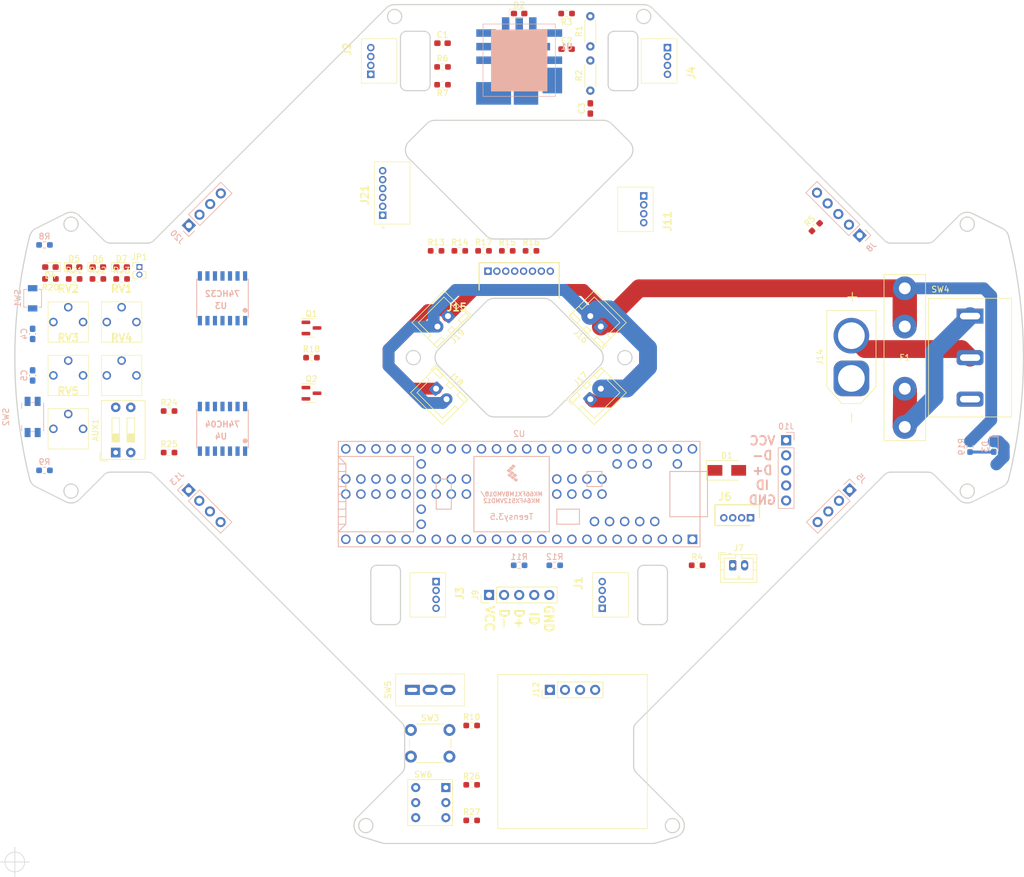
<source format=kicad_pcb>
(kicad_pcb (version 20211014) (generator pcbnew)
  (layers (0 "F.Cu" signal) (31 "B.Cu" signal) (34 "B.Paste" user) (35 "F.Paste" user) (36 "B.SilkS" user "B.Silkscreen") (37 "F.SilkS" user "F.Silkscreen") (38 "B.Mask" user) (39 "F.Mask" user) (44 "Edge.Cuts" user))
  (net 0 "")
  (net 1 "GND")
  (net 2 "/AUX1/3")
  (net 3 "/AUX1/4")
  (net 4 "Net-(C5-Pad2)")
  (net 5 "Net-(D1-Pad1)")
  (net 6 "+5V")
  (net 7 "Net-(D2-Pad2)")
  (net 8 "Net-(D6-Pad2)")
  (net 9 "Net-(D7-Pad2)")
  (net 10 "Net-(D3-Pad2)")
  (net 11 "Net-(D4-Pad1)")
  (net 12 "Net-(D4-Pad2)")
  (net 13 "+15V")
  (net 14 "Net-(F1-Pad2)")
  (net 15 "Net-(J1-Pad2)")
  (net 16 "Net-(J3-Pad1)")
  (net 17 "Net-(D5-Pad2)")
  (net 18 "Net-(J6-Pad1)")
  (net 19 "Net-(J1-Pad1)")
  (net 20 "Net-(J1-Pad4)")
  (net 21 "Net-(J2-Pad2)")
  (net 22 "Net-(J2-Pad4)")
  (net 23 "Net-(J3-Pad2)")
  (net 24 "Net-(J8-Pad1)")
  (net 25 "Net-(J8-Pad2)")
  (net 26 "Net-(J8-Pad4)")
  (net 27 "Net-(J3-Pad4)")
  (net 28 "Net-(J4-Pad1)")
  (net 29 "Net-(J4-Pad2)")
  (net 30 "Net-(J10-Pad1)")
  (net 31 "Net-(J10-Pad3)")
  (net 32 "Net-(J11-Pad1)")
  (net 33 "Net-(J4-Pad4)")
  (net 34 "Net-(J11-Pad3)")
  (net 35 "Net-(J5-Pad1)")
  (net 36 "Net-(J5-Pad3)")
  (net 37 "+3V3")
  (net 38 "Net-(J6-Pad3)")
  (net 39 "Net-(J10-Pad2)")
  (net 40 "Net-(J13-Pad1)")
  (net 41 "Net-(J13-Pad3)")
  (net 42 "Net-(J10-Pad4)")
  (net 43 "Net-(J10-Pad5)")
  (net 44 "Net-(J14-Pad2)")
  (net 45 "Net-(J15-Pad1)")
  (net 46 "Net-(J15-Pad2)")
  (net 47 "Net-(J15-Pad3)")
  (net 48 "Net-(J15-Pad5)")
  (net 49 "Net-(J15-Pad6)")
  (net 50 "Net-(J21-Pad1)")
  (net 51 "Net-(J21-Pad2)")
  (net 52 "Net-(J21-Pad3)")
  (net 53 "Net-(Q1-Pad1)")
  (net 54 "Net-(J21-Pad4)")
  (net 55 "Net-(J21-Pad5)")
  (net 56 "Net-(J21-Pad6)")
  (net 57 "PROG")
  (net 58 "/Switch/SW_GOAL")
  (net 59 "Net-(R1-Pad1)")
  (net 60 "/Switch/SW_START")
  (net 61 "Net-(R1-Pad2)")
  (net 67 "Net-(R4-Pad1)")
  (net 68 "Net-(R5-Pad1)")
  (net 69 "Net-(R13-Pad1)")
  (net 70 "Net-(R14-Pad1)")
  (net 71 "Net-(R16-Pad1)")
  (net 72 "Net-(R17-Pad1)")
  (net 73 "Net-(J15-Pad4)")
  (net 74 "Net-(R26-Pad2)")
  (net 79 "Net-(R15-Pad1)")
  (net 82 "Net-(U2-Pad16)")
  (net 83 "Net-(U2-Pad17)")
  (net 84 "Net-(U2-Pad18)")
  (net 85 "Net-(U2-Pad19)")
  (net 86 "Net-(U2-Pad20)")
  (net 87 "Net-(U2-Pad21)")
  (net 88 "Vbatt")
  (net 97 "/Switch/SW_led_R")
  (net 98 "/Switch/SW_led_G")
  (net 99 "/LED/LED4")
  (net 100 "/LED/LED3")
  (net 101 "/LED/LED2")
  (net 102 "/LED/LED1")
  (net 119 "Net-(U3-Pad11)")
  (net 120 "Net-(U3-Pad12)")
  (net 121 "Net-(J2-Pad1)")
  (net 122 "Net-(U3-Pad13)")
  (net 124 "Net-(Q1-Pad3)")
  (net 125 "Net-(R27-Pad2)")
  (footprint "Resistor_SMD:R_0603_1608Metric_Pad0.98x0.95mm_HandSolder" (layer "F.Cu") (at 64 76.735)
    (fp_text reference "R22")
    (fp_text value "120")
  )
  (footprint "0.main.robot:LED_SMLE13WBC8W1" (layer "F.Cu") (at 60 74.735)
    (fp_text reference "D5")
    (fp_text value "LED2_G")
  )
  (footprint "Package_TO_SOT_SMD:SOT-23" (layer "F.Cu") (at 100 85)
    (fp_text reference "Q1")
    (fp_text value "AO3400A")
  )
  (footprint "Resistor_THT:R_Axial_DIN0204_L3.6mm_D1.6mm_P5.08mm_Horizontal" (layer "F.Cu") (at 147 45 90)
    (fp_text reference "R2")
    (fp_text value "330")
  )
  (footprint "Diode_SMD:D_SMA" (layer "F.Cu") (at 170 109)
    (fp_text reference "D1")
    (fp_text value "SX34F")
  )
  (footprint "0.main.robot:JSTS8B-ZRLFSN" (layer "F.Cu") (at 129.75 78.6)
    (fp_text reference "J15")
    (fp_text value "LINE" hide)
  )
  (footprint "0.main.robot:OLED" (layer "F.Cu") (at 144 146)
    (fp_text reference "J12")
    (fp_text value "I2C_OLED")
  )
  (footprint "0.main.robot:LED_SMLE13WBC8W1" (layer "F.Cu") (at 56 74.735 180)
    (fp_text reference "D4")
    (fp_text value "LED1_R")
  )
  (footprint "Button_Switch_THT:SW_DIP_SPSTx02_Slide_9.78x7.26mm_W7.62mm_P2.54mm" (layer "F.Cu") (at 67 106 90)
    (fp_text reference "AUX1")
    (fp_text value "SW_DIP_x02")
  )
  (footprint "Resistor_SMD:R_0603_1608Metric_Pad0.98x0.95mm_HandSolder" (layer "F.Cu") (at 76 99)
    (fp_text reference "R24")
    (fp_text value "47k")
  )
  (footprint "Package_TO_SOT_SMD:SOT-23" (layer "F.Cu") (at 100 96)
    (fp_text reference "Q2")
    (fp_text value "AO3401A")
  )
  (footprint "Resistor_SMD:R_0603_1608Metric_Pad0.98x0.95mm_HandSolder" (layer "F.Cu") (at 122.0875 41)
    (fp_text reference "R6")
    (fp_text value "47k")
  )
  (footprint "Resistor_SMD:R_0603_1608Metric_Pad0.98x0.95mm_HandSolder" (layer "F.Cu") (at 76 106)
    (fp_text reference "R25")
    (fp_text value "47k")
  )
  (footprint "Resistor_SMD:R_0603_1608Metric_Pad0.98x0.95mm_HandSolder" (layer "F.Cu") (at 133 72)
    (fp_text reference "R15")
    (fp_text value "10k")
  )
  (footprint "0.main.robot:MFS101D-14-Z" (layer "F.Cu") (at 120 146 90)
    (fp_text reference "SW5")
    (fp_text value "GOAL")
  )
  (footprint "0.main.robot:Trim-GF063P" (layer "F.Cu") (at 59 84)
    (fp_text reference "RV2")
    (fp_text value "20K" hide)
  )
  (footprint "Resistor_SMD:R_0603_1608Metric_Pad0.98x0.95mm_HandSolder" (layer "F.Cu") (at 127 162)
    (fp_text reference "R26")
    (fp_text value "470")
  )
  (footprint "Connector_JST:JST_XH_B2B-XH-A_1x02_P2.50mm_Vertical" (layer "F.Cu") (at 121 95.2322 -45)
    (fp_text reference "J18")
    (fp_text value "MD3")
  )
  (footprint "Capacitor_SMD:C_0603_1608Metric_Pad1.08x0.95mm_HandSolder" (layer "F.Cu") (at 143 38)
    (fp_text reference "C2")
    (fp_text value "10u")
  )
  (footprint "Connector_JST:JST_XH_B2B-XH-A_1x02_P2.50mm_Vertical" (layer "F.Cu") (at 147 97 45)
    (fp_text reference "J17")
    (fp_text value "MD2")
  )
  (footprint "Connector_JST:JST_XH_B2B-XH-A_1x02_P2.50mm_Vertical" (layer "F.Cu") (at 123 83 -135)
    (fp_text reference "J19")
    (fp_text value "MD4")
  )
  (footprint "0.main.robot:JSTB4B-ZR" (layer "F.Cu") (at 174 117)
    (fp_text reference "J6")
    (fp_text value "Serial3/Vision" hide)
  )
  (footprint "0.main.robot:FUSE_20mm" (layer "F.Cu") (at 200 90)
    (fp_text reference "F1")
    (fp_text value "Fuse 15A")
  )
  (footprint "Connector_PinHeader_1.27mm:PinHeader_1x02_P1.27mm_Vertical" (layer "F.Cu") (at 71 74.735)
    (fp_text reference "JP1")
    (fp_text value "Jumper_2_Bridged")
  )
  (footprint "Connector_JST:JST_PH_B2B-PH-K_1x02_P2.00mm_Vertical" (layer "F.Cu") (at 171 125)
    (fp_text reference "J7")
    (fp_text value "raspi-power")
  )
  (footprint "Resistor_SMD:R_0603_1608Metric_Pad0.98x0.95mm_HandSolder" (layer "F.Cu") (at 127 152)
    (fp_text reference "R10")
    (fp_text value "47k")
  )
  (footprint "0.main.robot:SW_SPST_POWER" (layer "F.Cu") (at 211 90)
    (fp_text reference "SW4")
    (fp_text value "SW_SPST")
  )
  (footprint "0.main.robot:JSTS4B-ZRLFSN" (layer "F.Cu") (at 110 40 90)
    (fp_text reference "J2")
    (fp_text value "MD4" hide)
  )
  (footprint "Capacitor_SMD:C_0603_1608Metric_Pad1.08x0.95mm_HandSolder" (layer "F.Cu") (at 122.0875 37)
    (fp_text reference "C1")
    (fp_text value "10u")
  )
  (footprint "0.main.robot:Trim-GF063P" (layer "F.Cu") (at 68 93)
    (fp_text reference "RV4")
    (fp_text value "20K" hide)
  )
  (footprint "0.main.robot:LED_SMLE13WBC8W1" (layer "F.Cu") (at 135 32)
    (fp_text reference "D2")
    (fp_text value "LED")
  )
  (footprint "Resistor_SMD:R_0603_1608Metric_Pad0.98x0.95mm_HandSolder" (layer "F.Cu") (at 127 168)
    (fp_text reference "R27")
    (fp_text value "470")
  )
  (footprint "Resistor_THT:R_Axial_DIN0204_L3.6mm_D1.6mm_P5.08mm_Horizontal" (layer "F.Cu") (at 147 37.54 90)
    (fp_text reference "R1")
    (fp_text value "1k")
  )
  (footprint "Button_Switch_THT:SW_PUSH_6mm" (layer "F.Cu") (at 116.75 152.75)
    (fp_text reference "SW3")
    (fp_text value "SET")
  )
  (footprint "0.main.robot:AMASS_XT60-M_1x02_P7.20mm_Vertical" (layer "F.Cu") (at 191 93.5 90)
    (fp_text reference "J14")
    (fp_text value "Power IN")
  )
  (footprint "0.main.robot:JSTS4B-ZRLFSN" (layer "F.Cu") (at 121 130 -90)
    (fp_text reference "J3")
    (fp_text value "MD3" hide)
  )
  (footprint "0.main.robot:LED_SMLE13WBC8W1" (layer "F.Cu") (at 68 74.735)
    (fp_text reference "D7")
    (fp_text value "LED4_B")
  )
  (footprint "0.main.robot:LED_SMLE13WBC8W1" (layer "F.Cu") (at 64 74.735)
    (fp_text reference "D6")
    (fp_text value "LED3_Y")
  )
  (footprint "Resistor_SMD:R_0603_1608Metric_Pad0.98x0.95mm_HandSolder" (layer "F.Cu") (at 185 68 45)
    (fp_text reference "R5")
    (fp_text value "10k")
  )
  (footprint "Resistor_SMD:R_0603_1608Metric_Pad0.98x0.95mm_HandSolder" (layer "F.Cu") (at 56 76.735 180)
    (fp_text reference "R20")
    (fp_text value "120")
  )
  (footprint "0.main.robot:Trim-GF063P" (layer "F.Cu") (at 68 84)
    (fp_text reference "RV1")
    (fp_text value "20K" hide)
  )
  (footprint "0.main.robot:Trim-GF063P" (layer "F.Cu") (at 59 93)
    (fp_text reference "RV3")
    (fp_text value "20K" hide)
  )
  (footprint "Connector_PinHeader_2.54mm:PinHeader_1x05_P2.54mm_Vertical" (layer "F.Cu") (at 129.925 130 90)
    (fp_text reference "J9")
    (fp_text value "micro-b_out")
  )
  (footprint "Resistor_SMD:R_0603_1608Metric_Pad0.98x0.95mm_HandSolder" (layer "F.Cu") (at 122.0875 44 180)
    (fp_text reference "R7")
    (fp_text value "10k")
  )
  (footprint "0.main.robot:SW_NKK_B-12CCPRM" (layer "F.Cu") (at 117.565 162.46)
    (fp_text reference "SW6")
    (fp_text value "START")
  )
  (footprint "Resistor_SMD:R_0603_1608Metric_Pad0.98x0.95mm_HandSolder" (layer "F.Cu") (at 121 72)
    (fp_text reference "R13")
    (fp_text value "10k")
  )
  (footprint "Resistor_SMD:R_0603_1608Metric_Pad0.98x0.95mm_HandSolder" (layer "F.Cu") (at 125 72)
    (fp_text reference "R14")
    (fp_text value "10k")
  )
  (footprint "Resistor_SMD:R_0603_1608Metric_Pad0.98x0.95mm_HandSolder" (layer "F.Cu") (at 137 72)
    (fp_text reference "R16")
    (fp_text value "10k")
  )
  (footprint "Resistor_SMD:R_0603_1608Metric_Pad0.98x0.95mm_HandSolder" (layer "F.Cu") (at 165 125)
    (fp_text reference "R4")
    (fp_text value "10k")
  )
  (footprint "Resistor_SMD:R_0603_1608Metric_Pad0.98x0.95mm_HandSolder" (layer "F.Cu") (at 100 90)
    (fp_text reference "R18")
    (fp_text value "10k")
  )
  (footprint "Connector_JST:JST_XH_B2B-XH-A_1x02_P2.50mm_Vertical" (layer "F.Cu") (at 148.767767 84.767767 135)
    (fp_text reference "J16")
    (fp_text value "MD1")
  )
  (footprint "0.main.robot:Trim-GF063P" (layer "F.Cu") (at 59 102)
    (fp_text reference "RV5")
    (fp_text value "20K" hide)
  )
  (footprint "0.main.robot:JSTS4B-ZRLFSN" (layer "F.Cu") (at 156 65 -90)
    (fp_text reference "J11")
    (fp_text value "I2C_ToF" hide)
  )
  (footprint "Resistor_SMD:R_0603_1608Metric_Pad0.98x0.95mm_HandSolder" (layer "F.Cu") (at 129 72)
    (fp_text reference "R17")
    (fp_text value "10k")
  )
  (footprint "Capacitor_SMD:C_0603_1608Metric_Pad1.08x0.95mm_HandSolder" (layer "F.Cu") (at 147 48 90)
    (fp_text reference "C3")
    (fp_text value "10u")
  )
  (footprint "0.main.robot:JSTS4B-ZRLFSN" (layer "F.Cu") (at 160 40 -90)
    (fp_text reference "J4")
    (fp_text value "MD1" hide)
  )
  (footprint "0.main.robot:JSTS6B-ZRLFSN" (layer "F.Cu") (at 112 66 90)
    (fp_text reference "J21")
    (fp_text value "Trimmer" hide)
  )
  (footprint "Resistor_SMD:R_0603_1608Metric_Pad0.98x0.95mm_HandSolder" (layer "F.Cu") (at 143 32 180)
    (fp_text reference "R3")
    (fp_text value "470")
  )
  (footprint "Resistor_SMD:R_0603_1608Metric_Pad0.98x0.95mm_HandSolder" (layer "F.Cu") (at 60 76.735)
    (fp_text reference "R21")
    (fp_text value "120")
  )
  (footprint "Resistor_SMD:R_0603_1608Metric_Pad0.98x0.95mm_HandSolder" (layer "F.Cu") (at 68 76.735)
    (fp_text reference "R23")
    (fp_text value "120")
  )
  (footprint "0.main.robot:JSTS4B-ZRLFSN" (layer "F.Cu") (at 149 130 90)
    (fp_text reference "J1")
    (fp_text value "MD2" hide)
  )
  (footprint "Connector_PinSocket_2.54mm:PinSocket_1x04_P2.54mm_Vertical" (layer "B.Cu") (at 79.2953 112.3307 -135)
    (fp_text reference "J13")
    (fp_text value "drib-kick")
  )
  (footprint "Capacitor_SMD:C_0603_1608Metric_Pad1.08x0.95mm_HandSolder" (layer "B.Cu") (at 53 86 -90)
    (fp_text reference "C4")
    (fp_text value "0.1u")
  )
  (footprint "Capacitor_SMD:C_0603_1608Metric_Pad1.08x0.95mm_HandSolder" (layer "B.Cu") (at 53 93 -90)
    (fp_text reference "C5")
    (fp_text value "0.1u")
  )
  (footprint "Connector_PinHeader_2.54mm:PinHeader_1x05_P2.54mm_Vertical" (layer "B.Cu") (at 180 103.925 180)
    (fp_text reference "J10")
    (fp_text value "micro-b_in")
  )
  (footprint "Resistor_SMD:R_0603_1608Metric_Pad0.98x0.95mm_HandSolder" (layer "B.Cu") (at 55 109 180)
    (fp_text reference "R9")
    (fp_text value "47k")
  )
  (footprint "Resistor_SMD:R_0603_1608Metric_Pad0.98x0.95mm_HandSolder" (layer "B.Cu") (at 135 125 180)
    (fp_text reference "R11")
    (fp_text value "10k")
  )
  (footprint "0.main.robot:THAU13-AB-R" (layer "B.Cu") (at 53 100 -90)
    (fp_text reference "SW2")
    (fp_text value "Reset")
  )
  (footprint "0.main.robot:SOP14W" (layer "B.Cu") (at 85 80 180)
    (fp_text reference "U3")
    (fp_text value "74HC32")
  )
  (footprint "Resistor_SMD:R_0603_1608Metric_Pad0.98x0.95mm_HandSolder" (layer "B.Cu") (at 141 125 180)
    (fp_text reference "R12")
    (fp_text value "10k")
  )
  (footprint "0.main.robot:Teensy35_36_x" (layer "B.Cu") (at 135 113 180)
    (fp_text reference "U2")
    (fp_text value "Teensy3.5")
  )
  (footprint "Resistor_SMD:R_0603_1608Metric_Pad0.98x0.95mm_HandSolder" (layer "B.Cu") (at 211 105 -90)
    (fp_text reference "R19")
    (fp_text value "3k")
  )
  (footprint "0.main.robot:SOP14W" (layer "B.Cu") (at 85 102 180)
    (fp_text reference "U4")
    (fp_text value "74HC04")
  )
  (footprint "0.main.robot:TVAF06-A020B-R" (layer "B.Cu") (at 53 80 -90)
    (fp_text reference "SW1")
    (fp_text value "PROG")
  )
  (footprint "Connector_PinSocket_2.54mm:PinSocket_1x04_P2.54mm_Vertical" (layer "B.Cu") (at 190.7047 112.3307 135)
    (fp_text reference "J5")
    (fp_text value "XBee")
  )
  (footprint "Connector_PinSocket_2.54mm:PinSocket_1x05_P2.54mm_Vertical" (layer "B.Cu") (at 192.3882 69.3882 45)
    (fp_text reference "J8")
    (fp_text value "Serial2/IMU")
  )
  (footprint "0.main.robot:LED_SMLE13WBC8W1" (layer "B.Cu") (at 215 105 -90)
    (fp_text reference "D3")
    (fp_text value "LED")
  )
  (footprint "Resistor_SMD:R_0603_1608Metric_Pad0.98x0.95mm_HandSolder" (layer "B.Cu") (at 55 71 180)
    (fp_text reference "R8")
    (fp_text value "47k")
  )
  (footprint "Connector_PinSocket_2.54mm:PinSocket_1x04_P2.54mm_Vertical" (layer "B.Cu") (at 79.3307 67.7047 -45)
    (fp_text reference "J20")
    (fp_text value "Drib-Kick")
  )
  (footprint "0.main.robot:OKL-T3-W12N-C" (layer "B.Cu") (at 141.107 33.773)
    (fp_text reference "U1")
    (fp_text value "OKL-T_3-W12N-C" hide)
  )
  (gr_arc (start 204.942913 70.26167) (mid 204.456278 70.58683) (end 203.882252 70.701011) (layer "Edge.Cuts") (width 0.2))
  (gr_line (start 153.585788 53.585786) (end 150.585788 50.585786) (layer "Edge.Cuts") (width 0.2))
  (gr_arc (start 211.425723 114.287139) (mid 210.210932 114.47246) (end 209.117083 113.912499) (layer "Edge.Cuts") (width 0.2))
  (gr_line (start 111.232935 171.596663) (end 108.535674 170.775239) (layer "Edge.Cuts") (width 0.2))
  (gr_line (start 110.000001 126.000001) (end 110.000001 134.000001) (layer "Edge.Cuts") (width 0.2))
  (gr_line (start 188.930719 62.613437) (end 196.578952 70.26167) (layer "Edge.Cuts") (width 0.2))
  (gr_line (start 162.386564 143.930717) (end 154.738331 151.57895) (layer "Edge.Cuts") (width 0.2))
  (gr_line (start 53.547495 68.226252) (end 58.57428 65.71286) (layer "Edge.Cuts") (width 0.2))
  (gr_line (start 60.88292 66.087501) (end 65.05709 70.26167) (layer "Edge.Cuts") (width 0.2))
  (gr_line (start 116.414214 56.414213) (end 129.414214 69.414213) (layer "Edge.Cuts") (width 0.2))
  (gr_arc (start 153.585788 53.585786) (mid 154.171574 55) (end 153.585788 56.414213) (layer "Edge.Cuts") (width 0.2))
  (gr_arc (start 119.414214 50.585786) (mid 120.063061 50.15224) (end 120.828428 49.999999) (layer "Edge.Cuts") (width 0.2))
  (gr_arc (start 140.585788 69.414213) (mid 139.936941 69.847759) (end 139.171574 70) (layer "Edge.Cuts") (width 0.2))
  (gr_arc (start 112.596937 31.085786) (mid 113.245783 30.65224) (end 114.01115 30.499999) (layer "Edge.Cuts") (width 0.2))
  (gr_arc (start 66.117751 70.70101) (mid 65.543726 70.586829) (end 65.05709 70.26167) (layer "Edge.Cuts") (width 0.2))
  (gr_line (start 157.403066 31.085786) (end 162.386563 36.069283) (layer "Edge.Cuts") (width 0.2))
  (gr_arc (start 58.57428 65.71286) (mid 59.789071 65.52754) (end 60.88292 66.087501) (layer "Edge.Cuts") (width 0.2))
  (gr_line (start 154.298991 152.63961) (end 154.298991 158.88225) (layer "Edge.Cuts") (width 0.2))
  (gr_line (start 160.000001 134.000001) (end 160.000001 126.000001) (layer "Edge.Cuts") (width 0.2))
  (gr_line (start 66.117751 70.70101) (end 72.360391 70.70101) (layer "Edge.Cuts") (width 0.2))
  (gr_arc (start 154.738331 159.942911) (mid 154.413172 159.456276) (end 154.298991 158.88225) (layer "Edge.Cuts") (width 0.2))
  (gr_arc (start 120.000001 43.999999) (mid 119.707108 44.707106) (end 119.000001 44.999999) (layer "Edge.Cuts") (width 0.2))
  (gr_circle (center 109.158364 168.874645) (end 110.358364 168.874645) (layer "Edge.Cuts") (width 0.2) (fill none))
  (gr_line (start 148.585788 88.585786) (end 140.585788 80.585786) (layer "Edge.Cuts") (width 0.2))
  (gr_arc (start 155.000001 43.999999) (mid 154.707108 44.707106) (end 154.000001 44.999999) (layer "Edge.Cuts") (width 0.2))
  (gr_arc (start 121.414214 91.414214) (mid 120.828428 90) (end 121.414214 88.585786) (layer "Edge.Cuts") (width 0.2))
  (gr_line (start 72.360391 109.298989) (end 66.117751 109.298989) (layer "Edge.Cuts") (width 0.2))
  (gr_circle (center 155.988852 32.499999) (end 157.188852 32.499999) (layer "Edge.Cuts") (width 0.2) (fill none))
  (gr_line (start 155.000001 126.000001) (end 155.000001 134.000001) (layer "Edge.Cuts") (width 0.2))
  (gr_arc (start 156.000001 135.000001) (mid 155.292895 134.707107) (end 155.000001 134.000001) (layer "Edge.Cuts") (width 0.2))
  (gr_circle (center 59.468707 67.501714) (end 60.668707 67.501714) (layer "Edge.Cuts") (width 0.2) (fill none))
  (gr_line (start 115.000001 134.000001) (end 115.000001 126.000001) (layer "Edge.Cuts") (width 0.2))
  (gr_arc (start 217.499238 110.466457) (mid 217.119293 111.234938) (end 216.452507 111.773748) (layer "Edge.Cuts") (width 0.2))
  (gr_line (start 162.386563 36.069283) (end 188.930719 62.613437) (layer "Edge.Cuts") (width 0.2))
  (gr_line (start 58.57428 114.28714) (end 53.547495 111.773748) (layer "Edge.Cuts") (width 0.2))
  (gr_line (start 129.414214 80.585786) (end 121.414214 88.585786) (layer "Edge.Cuts") (width 0.2))
  (gr_line (start 111.949187 171.814791) (end 111.445784 171.671285) (layer "Edge.Cuts") (width 0.2))
  (gr_circle (center 114.01115 32.499999) (end 115.21115 32.499999) (layer "Edge.Cuts") (width 0.2) (fill none))
  (gr_line (start 81.069284 62.613438) (end 107.613439 36.069283) (layer "Edge.Cuts") (width 0.2))
  (gr_line (start 114.000001 125.000001) (end 111.000001 125.000001) (layer "Edge.Cuts") (width 0.2))
  (gr_line (start 114.01115 30.499999) (end 155.988852 30.499999) (layer "Edge.Cuts") (width 0.2))
  (gr_line (start 107.61344 143.930717) (end 81.069284 117.386562) (layer "Edge.Cuts") (width 0.2))
  (gr_arc (start 111.000001 135.000001) (mid 110.292895 134.707107) (end 110.000001 134.000001) (layer "Edge.Cuts") (width 0.2))
  (gr_line (start 154.738331 159.942911) (end 162.255852 167.460432) (layer "Edge.Cuts") (width 0.2))
  (gr_line (start 204.942913 70.26167) (end 209.117082 66.0875) (layer "Edge.Cuts") (width 0.2))
  (gr_arc (start 130.828428 100) (mid 130.063061 99.847759) (end 129.414214 99.414214) (layer "Edge.Cuts") (width 0.2))
  (gr_arc (start 154.000001 34.999999) (mid 154.707108 35.292892) (end 155.000001 35.999999) (layer "Edge.Cuts") (width 0.2))
  (gr_circle (center 117.171574 90) (end 118.371574 90) (layer "Edge.Cuts") (width 0.2) (fill none))
  (gr_arc (start 217.499238 69.533543) (mid 220.000001 90) (end 217.499238 110.466457) (layer "Edge.Cuts") (width 0.2))
  (gr_line (start 209.117083 113.912499) (end 204.942913 109.73833) (layer "Edge.Cuts") (width 0.2))
  (gr_arc (start 115.000001 134.000001) (mid 114.707107 134.707107) (end 114.000001 135.000001) (layer "Edge.Cuts") (width 0.2))
  (gr_line (start 121.414214 91.414214) (end 129.414214 99.414214) (layer "Edge.Cuts") (width 0.2))
  (gr_line (start 115.000001 35.999999) (end 115.000001 43.999999) (layer "Edge.Cuts") (width 0.2))
  (gr_arc (start 112.491559 171.889737) (mid 112.217796 171.870912) (end 111.949187 171.814791) (layer "Edge.Cuts") (width 0.2))
  (gr_arc (start 154.298991 152.63961) (mid 154.413172 152.065585) (end 154.738331 151.57895) (layer "Edge.Cuts") (width 0.2))
  (gr_line (start 157.508443 171.889737) (end 112.491559 171.889737) (layer "Edge.Cuts") (width 0.2))
  (gr_arc (start 115.000001 35.999999) (mid 115.292894 35.292892) (end 116.000001 34.999999) (layer "Edge.Cuts") (width 0.2))
  (gr_arc (start 196.578952 109.738329) (mid 197.065587 109.41317) (end 197.639612 109.298989) (layer "Edge.Cuts") (width 0.2))
  (gr_arc (start 116.414214 56.414213) (mid 115.828428 55) (end 116.414214 53.585786) (layer "Edge.Cuts") (width 0.2))
  (gr_arc (start 197.639612 70.70101) (mid 197.065587 70.586829) (end 196.578952 70.26167) (layer "Edge.Cuts") (width 0.2))
  (gr_arc (start 60.882921 113.912499) (mid 59.789072 114.472461) (end 58.57428 114.28714) (layer "Edge.Cuts") (width 0.2))
  (gr_arc (start 149.171574 49.999999) (mid 149.936941 50.15224) (end 150.585788 50.585786) (layer "Edge.Cuts") (width 0.2))
  (gr_arc (start 110.000001 126.000001) (mid 110.292894 125.292894) (end 111.000001 125.000001) (layer "Edge.Cuts") (width 0.2))
  (gr_arc (start 52.500764 69.533543) (mid 52.880709 68.765062) (end 53.547495 68.226252) (layer "Edge.Cuts") (width 0.2))
  (gr_arc (start 140.585788 99.414214) (mid 139.936941 99.847759) (end 139.171574 100) (layer "Edge.Cuts") (width 0.2))
  (gr_arc (start 53.547495 111.773748) (mid 52.880709 111.234938) (end 52.500764 110.466457) (layer "Edge.Cuts") (width 0.2))
  (gr_arc (start 160.000001 134.000001) (mid 159.707107 134.707107) (end 159.000001 135.000001) (layer "Edge.Cuts") (width 0.2))
  (gr_arc (start 151.000001 44.999999) (mid 150.292894 44.707106) (end 150.000001 43.999999) (layer "Edge.Cuts") (width 0.2))
  (gr_arc (start 158.050815 171.814791) (mid 157.782206 171.870912) (end 157.508443 171.889737) (layer "Edge.Cuts") (width 0.2))
  (gr_arc (start 158.767064 171.596664) (mid 158.661694 171.636977) (end 158.554218 171.671285) (layer "Edge.Cuts") (width 0.2))
  (gr_arc (start 162.255852 167.460432) (mid 162.786948 169.339154) (end 161.464329 170.775238) (layer "Edge.Cuts") (width 0.2))
  (gr_arc (start 129.414214 80.585786) (mid 130.063061 80.152241) (end 130.828428 80) (layer "Edge.Cuts") (width 0.2))
  (gr_arc (start 72.360391 109.298989) (mid 72.934416 109.41317) (end 73.421051 109.738329) (layer "Edge.Cuts") (width 0.2))
  (gr_arc (start 209.117082 66.0875) (mid 210.210932 65.527539) (end 211.425724 65.712859) (layer "Edge.Cuts") (width 0.2))
  (gr_line (start 140.585788 69.414213) (end 153.585788 56.414213) (layer "Edge.Cuts") (width 0.2))
  (gr_line (start 156.000001 135.000001) (end 159.000001 135.000001) (layer "Edge.Cuts") (width 0.2))
  (gr_line (start 107.613439 36.069283) (end 112.596937 31.085786) (layer "Edge.Cuts") (width 0.2))
  (gr_circle (center 160.841639 168.874645) (end 162.041639 168.874645) (layer "Edge.Cuts") (width 0.2) (fill none))
  (gr_line (start 139.171574 80) (end 130.828428 80) (layer "Edge.Cuts") (width 0.2))
  (gr_arc (start 115.261672 151.57895) (mid 115.586831 152.065585) (end 115.701012 152.63961) (layer "Edge.Cuts") (width 0.2))
  (gr_line (start 111.000001 135.000001) (end 114.000001 135.000001) (layer "Edge.Cuts") (width 0.2))
  (gr_line (start 196.578952 109.738329) (end 188.930719 117.386561) (layer "Edge.Cuts") (width 0.2))
  (gr_arc (start 108.535674 170.775239) (mid 107.213054 169.339155) (end 107.74415 167.460432) (layer "Edge.Cuts") (width 0.2))
  (gr_arc (start 159.000001 125.000001) (mid 159.707108 125.292894) (end 160.000001 126.000001) (layer "Edge.Cuts") (width 0.2))
  (gr_line (start 116.000001 44.999999) (end 119.000001 44.999999) (layer "Edge.Cuts") (width 0.2))
  (gr_line (start 130.828428 100) (end 139.171574 100) (layer "Edge.Cuts") (width 0.2))
  (gr_line (start 161.464329 170.775238) (end 158.767064 171.596664) (layer "Edge.Cuts") (width 0.2))
  (gr_line (start 188.930719 117.386561) (end 162.386564 143.930717) (layer "Edge.Cuts") (width 0.2))
  (gr_line (start 81.069284 117.386562) (end 73.421051 109.738329) (layer "Edge.Cuts") (width 0.2))
  (gr_line (start 158.554218 171.671285) (end 158.050815 171.814791) (layer "Edge.Cuts") (width 0.2))
  (gr_line (start 211.425724 65.712859) (end 216.452507 68.226252) (layer "Edge.Cuts") (width 0.2))
  (gr_line (start 151.000001 44.999999) (end 154.000001 44.999999) (layer "Edge.Cuts") (width 0.2))
  (gr_arc (start 155.988852 30.499999) (mid 156.754219 30.65224) (end 157.403066 31.085786) (layer "Edge.Cuts") (width 0.2))
  (gr_arc (start 216.452507 68.226252) (mid 217.119293 68.765062) (end 217.499238 69.533543) (layer "Edge.Cuts") (width 0.2))
  (gr_arc (start 73.421051 70.26167) (mid 72.934416 70.586829) (end 72.360391 70.70101) (layer "Edge.Cuts") (width 0.2))
  (gr_circle (center 210.531296 112.498285) (end 211.731296 112.498285) (layer "Edge.Cuts") (width 0.2) (fill none))
  (gr_line (start 65.05709 109.738329) (end 60.882921 113.912499) (layer "Edge.Cuts") (width 0.2))
  (gr_line (start 140.585788 99.414214) (end 148.585788 91.414214) (layer "Edge.Cuts") (width 0.2))
  (gr_arc (start 111.445784 171.671285) (mid 111.338307 171.636977) (end 111.232935 171.596663) (layer "Edge.Cuts") (width 0.2))
  (gr_circle (center 210.531296 67.501714) (end 211.731296 67.501714) (layer "Edge.Cuts") (width 0.2) (fill none))
  (gr_line (start 119.000001 34.999999) (end 116.000001 34.999999) (layer "Edge.Cuts") (width 0.2))
  (gr_line (start 130.828428 70) (end 139.171574 70) (layer "Edge.Cuts") (width 0.2))
  (gr_arc (start 203.882252 109.298989) (mid 204.456278 109.41317) (end 204.942913 109.73833) (layer "Edge.Cuts") (width 0.2))
  (gr_arc (start 150.000001 35.999999) (mid 150.292894 35.292892) (end 151.000001 34.999999) (layer "Edge.Cuts") (width 0.2))
  (gr_line (start 154.000001 34.999999) (end 151.000001 34.999999) (layer "Edge.Cuts") (width 0.2))
  (gr_line (start 150.000001 35.999999) (end 150.000001 43.999999) (layer "Edge.Cuts") (width 0.2))
  (gr_line (start 107.74415 167.460432) (end 115.261672 159.942911) (layer "Edge.Cuts") (width 0.2))
  (gr_line (start 197.639612 70.70101) (end 203.882252 70.701011) (layer "Edge.Cuts") (width 0.2))
  (gr_line (start 73.421051 70.26167) (end 81.069284 62.613438) (layer "Edge.Cuts") (width 0.2))
  (gr_line (start 119.414214 50.585786) (end 116.414214 53.585786) (layer "Edge.Cuts") (width 0.2))
  (gr_line (start 159.000001 125.000001) (end 156.000001 125.000001) (layer "Edge.Cuts") (width 0.2))
  (gr_arc (start 139.171574 80) (mid 139.936941 80.152241) (end 140.585788 80.585786) (layer "Edge.Cuts") (width 0.2))
  (gr_arc (start 155.000001 126.000001) (mid 155.292895 125.292895) (end 156.000001 125.000001) (layer "Edge.Cuts") (width 0.2))
  (gr_arc (start 115.701012 158.88225) (mid 115.586831 159.456276) (end 115.261672 159.942911) (layer "Edge.Cuts") (width 0.2))
  (gr_line (start 115.261672 151.57895) (end 107.61344 143.930717) (layer "Edge.Cuts") (width 0.2))
  (gr_line (start 115.701012 158.88225) (end 115.701012 152.63961) (layer "Edge.Cuts") (width 0.2))
  (gr_line (start 120.000001 43.999999) (end 120.000001 35.999999) (layer "Edge.Cuts") (width 0.2))
  (gr_arc (start 65.05709 109.738329) (mid 65.543725 109.41317) (end 66.117751 109.298989) (layer "Edge.Cuts") (width 0.2))
  (gr_arc (start 119.000001 34.999999) (mid 119.707108 35.292892) (end 120.000001 35.999999) (layer "Edge.Cuts") (width 0.2))
  (gr_arc (start 148.585788 88.585786) (mid 149.171574 90) (end 148.585788 91.414214) (layer "Edge.Cuts") (width 0.2))
  (gr_arc (start 114.000001 125.000001) (mid 114.707107 125.292895) (end 115.000001 126.000001) (layer "Edge.Cuts") (width 0.2))
  (gr_circle (center 152.828428 90) (end 154.028428 90) (layer "Edge.Cuts") (width 0.2) (fill none))
  (gr_line (start 203.882252 109.298989) (end 197.639612 109.298989) (layer "Edge.Cuts") (width 0.2))
  (gr_arc (start 130.828428 70) (mid 130.063061 69.847759) (end 129.414214 69.414213) (layer "Edge.Cuts") (width 0.2))
  (gr_line (start 155.000001 43.999999) (end 155.000001 35.999999) (layer "Edge.Cuts") (width 0.2))
  (gr_arc (start 116.000001 44.999999) (mid 115.292894 44.707106) (end 115.000001 43.999999) (layer "Edge.Cuts") (width 0.2))
  (gr_arc (start 52.500764 110.466457) (mid 50.000001 90) (end 52.500764 69.533543) (layer "Edge.Cuts") (width 0.2))
  (gr_circle (center 59.468707 112.498285) (end 60.668707 112.498285) (layer "Edge.Cuts") (width 0.2) (fill none))
  (gr_line (start 149.171574 49.999999) (end 120.828428 49.999999) (layer "Edge.Cuts") (width 0.2))
  (gr_line (start 216.452507 111.773748) (end 211.425723 114.287139) (layer "Edge.Cuts") (width 0.2))
  (gr_text "VCC" (at 176 104) (layer "B.SilkS") (effects (font (size 1.5 1.5) (thickness 0.3)) (justify mirror)))
  (gr_text "ID" (at 176 111.5) (layer "B.SilkS") (effects (font (size 1.5 1.5) (thickness 0.3)) (justify mirror)))
  (gr_text "D+" (at 176 109) (layer "B.SilkS") (effects (font (size 1.5 1.5) (thickness 0.3)) (justify mirror)))
  (gr_text "GND" (at 176 114) (layer "B.SilkS") (effects (font (size 1.5 1.5) (thickness 0.3)) (justify mirror)))
  (gr_text "D-" (at 176 106.5) (layer "B.SilkS") (effects (font (size 1.5 1.5) (thickness 0.3)) (justify mirror)))
  (gr_text "D-" (at 132.5 134 -90) (layer "F.SilkS") (effects (font (size 1.5 1.5) (thickness 0.3))))
  (gr_text "GND" (at 140 134 -90) (layer "F.SilkS") (effects (font (size 1.5 1.5) (thickness 0.3))))
  (gr_text "ID" (at 137.5 134 -90) (layer "F.SilkS") (effects (font (size 1.5 1.5) (thickness 0.3))))
  (gr_text "D+" (at 135 134 -90) (layer "F.SilkS") (effects (font (size 1.5 1.5) (thickness 0.3))))
  (gr_text "VCC" (at 130 134 -90) (layer "F.SilkS") (effects (font (size 1.5 1.5) (thickness 0.3))))
  (target plus (at 50 175) (size 5) (width 0.1) (layer "Edge.Cuts"))
  (segment (start 148.066315 81.863653) (end 146.964984 82.964984) (width 3) (layer "B.Cu") (net 1))
  (segment (start 153.147525 95.197217) (end 156.729511 91.615231) (width 3) (layer "B.Cu") (net 1))
  (segment (start 151.197217 95.197217) (end 148.802783 95.197217) (width 3) (layer "B.Cu") (net 1))
  (segment (start 142.588472 78.588472) (end 147 83) (width 2) (layer "B.Cu") (net 1))
  (segment (start 116.839915 84.767767) (end 121.232233 84.767767) (width 2) (layer "B.Cu") (net 1))
  (segment (start 122.767767 96.999967) (end 122.131421 97.636313) (width 2) (layer "B.Cu") (net 1))
  (segment (start 216.67452 104.992267) (end 216.67452 106.757733) (width 2) (layer "B.Cu") (net 1))
  (segment (start 121.232233 84.767767) (end 120.595887 84.131421) (width 2) (layer "B.Cu") (net 1))
  (segment (start 122.131421 97.636313) (end 119.212009 97.636313) (width 2) (layer "B.Cu") (net 1))
  (segment (start 216.67452 106.757733) (end 215.432253 108) (width 2) (layer "B.Cu") (net 1))
  (segment (start 124.300938 78.588472) (end 142.588472 78.588472) (width 2) (layer "B.Cu") (net 1))
  (segment (start 215 104.125) (end 215.807253 104.125) (width 2) (layer "B.Cu") (net 1))
  (segment (start 150.208395 81.863653) (end 148.066315 81.863653) (width 3) (layer "B.Cu") (net 1))
  (segment (start 156.729511 91.615231) (end 156.729511 88.384769) (width 3) (layer "B.Cu") (net 1))
  (segment (start 119.212009 97.636313) (end 113 91.424304) (width 2) (layer "B.Cu") (net 1))
  (segment (start 113 91.424304) (end 113 88.625624) (width 2) (layer "B.Cu") (net 1))
  (segment (start 120.595887 82.293523) (end 124.300938 78.588472) (width 2) (layer "B.Cu") (net 1))
  (segment (start 156.729511 88.384769) (end 150.208395 81.863653) (width 3) (layer "B.Cu") (net 1))
  (segment (start 215.807253 104.125) (end 216.67452 104.992267) (width 2) (layer "B.Cu") (net 1))
  (segment (start 114.192772 87.432852) (end 114.789074 86.818608) (width 2) (layer "B.Cu") (net 1))
  (segment (start 114.789074 86.818608) (end 116.839915 84.767767) (width 2) (layer "B.Cu") (net 1))
  (segment (start 120.595887 84.131421) (end 120.595887 82.293523) (width 2) (layer "B.Cu") (net 1))
  (segment (start 113 88.625624) (end 114.192772 87.432852) (width 2) (layer "B.Cu") (net 1))
  (segment (start 151.197217 95.197217) (end 153.147525 95.197217) (width 3) (layer "B.Cu") (net 1))
  (segment (start 211 105.9125) (end 214.9625 105.9125) (width 0.5) (layer "B.Cu") (net 10))
  (segment (start 214.9625 105.9125) (end 215 105.875) (width 0.5) (layer "B.Cu") (net 10))
  (segment (start 116.839882 95.2322) (end 113 91.392318) (width 2) (layer "F.Cu") (net 13))
  (segment (start 119.607682 82) (end 124 82) (width 2) (layer "F.Cu") (net 13))
  (segment (start 145.840484 78.588472) (end 149.255586 82.003574) (width 2) (layer "F.Cu") (net 13))
  (segment (start 150.249818 97.387818) (end 156.229511 91.408125) (width 2) (layer "F.Cu") (net 13))
  (segment (start 127.411528 78.588472) (end 145.840484 78.588472) (width 2) (layer "F.Cu") (net 13))
  (segment (start 156.229511 88.229511) (end 152.767767 84.767767) (width 2) (layer "F.Cu") (net 13))
  (segment (start 113 91.392318) (end 113 88.607682) (width 2) (layer "F.Cu") (net 13))
  (segment (start 123 83) (end 124 82) (width 2) (layer "F.Cu") (net 13))
  (segment (start 149.255586 84.279948) (end 148.767767 84.767767) (width 2) (layer "F.Cu") (net 13))
  (segment (start 147 97) (end 147.387818 97.387818) (width 2) (layer "F.Cu") (net 13))
  (segment (start 147.387818 97.387818) (end 150.249818 97.387818) (width 2) (layer "F.Cu") (net 13))
  (segment (start 121 95.2322) (end 116.839882 95.2322) (width 2) (layer "F.Cu") (net 13))
  (segment (start 152.767767 84.767767) (end 148.767767 84.767767) (width 2) (layer "F.Cu") (net 13))
  (segment (start 155.219534 78.316) (end 200 78.316) (width 3) (layer "F.Cu") (net 13))
  (segment (start 156.229511 91.408125) (end 156.229511 88.229511) (width 2) (layer "F.Cu") (net 13))
  (segment (start 148.767767 84.767767) (end 155.219534 78.316) (width 3) (layer "F.Cu") (net 13))
  (segment (start 149.255586 82.003574) (end 149.255586 84.279948) (width 2) (layer "F.Cu") (net 13))
  (segment (start 124 82) (end 127.411528 78.588472) (width 2) (layer "F.Cu") (net 13))
  (segment (start 113 88.607682) (end 119.607682 82) (width 2) (layer "F.Cu") (net 13))
  (segment (start 214.561511 79.561511) (end 213.316 78.316) (width 2) (layer "B.Cu") (net 13))
  (segment (start 214.561511 100.525989) (end 214.561511 79.561511) (width 2) (layer "B.Cu") (net 13))
  (segment (start 211 104.0875) (end 214.561511 100.525989) (width 2) (layer "B.Cu") (net 13))
  (segment (start 213.316 78.316) (end 200 78.316) (width 2) (layer "B.Cu") (net 13))
  (segment (start 205 96.684) (end 200 101.684) (width 3) (layer "B.Cu") (net 14))
  (segment (start 211 83) (end 205 89) (width 3) (layer "B.Cu") (net 14))
  (segment (start 205 89) (end 205 96.684) (width 3) (layer "B.Cu") (net 14))
  (segment (start 191 86.3) (end 193.253511 88.553511) (width 3) (layer "F.Cu") (net 44))
  (segment (start 193.253511 88.553511) (end 209.553511 88.553511) (width 3) (layer "F.Cu") (net 44))
  (segment (start 209.553511 88.553511) (end 211 90) (width 3) (layer "F.Cu") (net 44))
)
</source>
